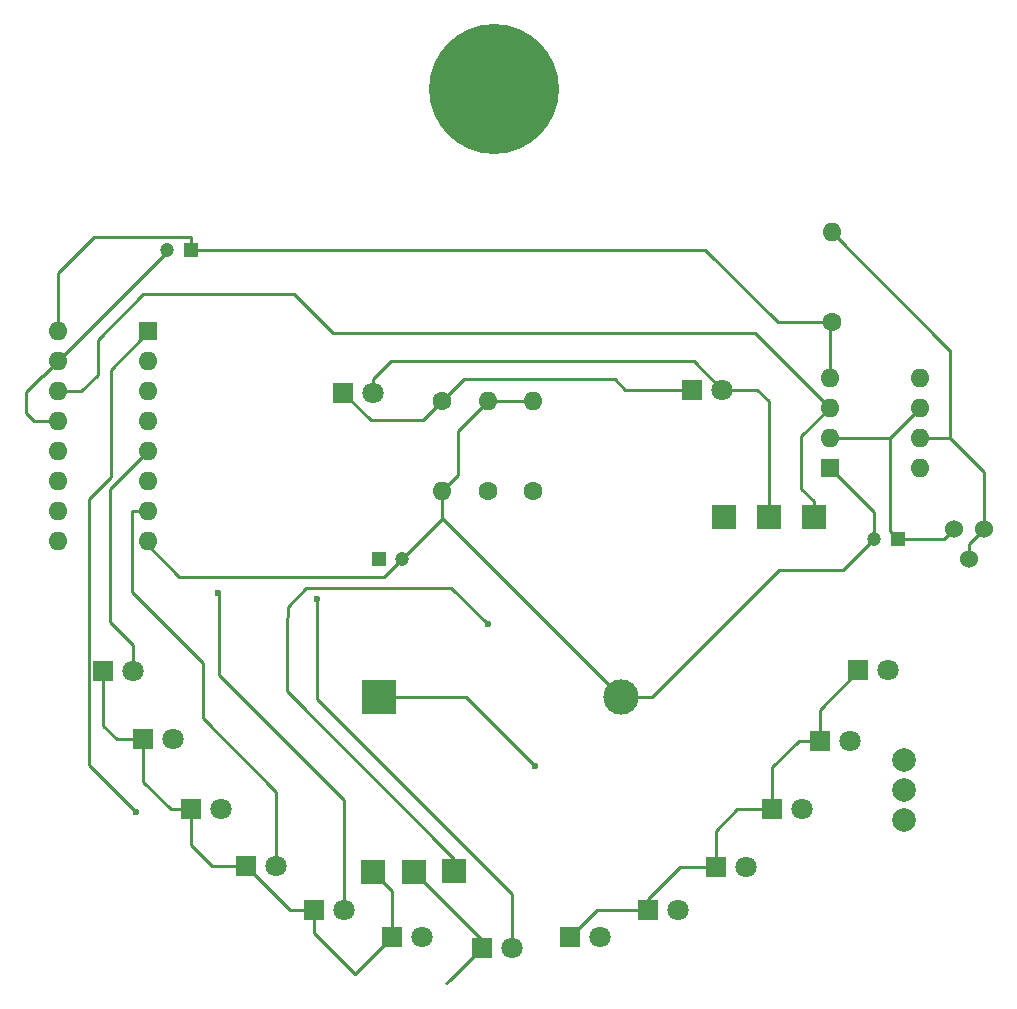
<source format=gbr>
%TF.GenerationSoftware,KiCad,Pcbnew,(5.1.9)-1*%
%TF.CreationDate,2021-04-30T09:58:52+02:00*%
%TF.ProjectId,Smiley2,536d696c-6579-4322-9e6b-696361645f70,rev?*%
%TF.SameCoordinates,Original*%
%TF.FileFunction,Copper,L2,Bot*%
%TF.FilePolarity,Positive*%
%FSLAX46Y46*%
G04 Gerber Fmt 4.6, Leading zero omitted, Abs format (unit mm)*
G04 Created by KiCad (PCBNEW (5.1.9)-1) date 2021-04-30 09:58:52*
%MOMM*%
%LPD*%
G01*
G04 APERTURE LIST*
%TA.AperFunction,SMDPad,CuDef*%
%ADD10C,11.000000*%
%TD*%
%TA.AperFunction,ComponentPad*%
%ADD11R,1.200000X1.200000*%
%TD*%
%TA.AperFunction,ComponentPad*%
%ADD12C,1.200000*%
%TD*%
%TA.AperFunction,ComponentPad*%
%ADD13R,1.800000X1.800000*%
%TD*%
%TA.AperFunction,ComponentPad*%
%ADD14C,1.800000*%
%TD*%
%TA.AperFunction,ComponentPad*%
%ADD15O,1.600000X1.600000*%
%TD*%
%TA.AperFunction,ComponentPad*%
%ADD16C,1.600000*%
%TD*%
%TA.AperFunction,ComponentPad*%
%ADD17C,2.000000*%
%TD*%
%TA.AperFunction,ComponentPad*%
%ADD18C,3.000000*%
%TD*%
%TA.AperFunction,ComponentPad*%
%ADD19R,3.000000X3.000000*%
%TD*%
%TA.AperFunction,ComponentPad*%
%ADD20R,1.600000X1.600000*%
%TD*%
%TA.AperFunction,ComponentPad*%
%ADD21R,2.000000X2.000000*%
%TD*%
%TA.AperFunction,ComponentPad*%
%ADD22C,1.524000*%
%TD*%
%TA.AperFunction,ViaPad*%
%ADD23C,0.600000*%
%TD*%
%TA.AperFunction,Conductor*%
%ADD24C,0.250000*%
%TD*%
G04 APERTURE END LIST*
D10*
%TO.P,LP,1*%
%TO.N,N/C*%
X170000Y39940000D03*
%TD*%
D11*
%TO.P,C1,1*%
%TO.N,Net-(C1-Pad1)*%
X34372000Y1808500D03*
D12*
%TO.P,C1,2*%
%TO.N,Net-(C1-Pad2)*%
X32372000Y1808500D03*
%TD*%
D11*
%TO.P,C2,1*%
%TO.N,Net-(C2-Pad1)*%
X-9570000Y94000D03*
D12*
%TO.P,C2,2*%
%TO.N,Net-(C1-Pad2)*%
X-7570000Y94000D03*
%TD*%
%TO.P,C3,2*%
%TO.N,Net-(C1-Pad2)*%
X-27480000Y26300000D03*
D11*
%TO.P,C3,1*%
%TO.N,Net-(C3-Pad1)*%
X-25480000Y26300000D03*
%TD*%
D13*
%TO.P,D1,1*%
%TO.N,Net-(D1-Pad1)*%
X-850000Y-32820000D03*
D14*
%TO.P,D1,2*%
%TO.N,Net-(D1-Pad2)*%
X1690000Y-32820000D03*
%TD*%
%TO.P,D2,2*%
%TO.N,Net-(D2-Pad2)*%
X9180000Y-31870000D03*
D13*
%TO.P,D2,1*%
%TO.N,Net-(D2-Pad1)*%
X6640000Y-31870000D03*
%TD*%
D14*
%TO.P,D3,2*%
%TO.N,Net-(D3-Pad2)*%
X15770000Y-29610000D03*
D13*
%TO.P,D3,1*%
%TO.N,Net-(D2-Pad1)*%
X13230000Y-29610000D03*
%TD*%
D14*
%TO.P,D4,2*%
%TO.N,Net-(D4-Pad2)*%
X21500000Y-25960000D03*
D13*
%TO.P,D4,1*%
%TO.N,Net-(D2-Pad1)*%
X18960000Y-25960000D03*
%TD*%
%TO.P,D5,1*%
%TO.N,Net-(D2-Pad1)*%
X23740000Y-21080000D03*
D14*
%TO.P,D5,2*%
%TO.N,Net-(D5-Pad2)*%
X26280000Y-21080000D03*
%TD*%
D13*
%TO.P,D6,1*%
%TO.N,Net-(D2-Pad1)*%
X27768000Y-15273000D03*
D14*
%TO.P,D6,2*%
%TO.N,Net-(D6-Pad2)*%
X30308000Y-15273000D03*
%TD*%
%TO.P,D7,2*%
%TO.N,Net-(D7-Pad2)*%
X33590000Y-9304000D03*
D13*
%TO.P,D7,1*%
%TO.N,Net-(D2-Pad1)*%
X31050000Y-9304000D03*
%TD*%
D14*
%TO.P,D8,2*%
%TO.N,Net-(D8-Pad2)*%
X19513000Y14445000D03*
D13*
%TO.P,D8,1*%
%TO.N,Net-(D8-Pad1)*%
X16973000Y14445000D03*
%TD*%
%TO.P,D22,1*%
%TO.N,Net-(D2-Pad1)*%
X-8430000Y-31870000D03*
D14*
%TO.P,D22,2*%
%TO.N,Net-(D2-Pad2)*%
X-5890000Y-31870000D03*
%TD*%
D13*
%TO.P,D33,1*%
%TO.N,Net-(D2-Pad1)*%
X-15070000Y-29570000D03*
D14*
%TO.P,D33,2*%
%TO.N,Net-(D3-Pad2)*%
X-12530000Y-29570000D03*
%TD*%
D13*
%TO.P,D44,1*%
%TO.N,Net-(D2-Pad1)*%
X-20760000Y-25910000D03*
D14*
%TO.P,D44,2*%
%TO.N,Net-(D4-Pad2)*%
X-18220000Y-25910000D03*
%TD*%
%TO.P,D55,2*%
%TO.N,Net-(D5-Pad2)*%
X-22910000Y-21080000D03*
D13*
%TO.P,D55,1*%
%TO.N,Net-(D2-Pad1)*%
X-25450000Y-21080000D03*
%TD*%
D14*
%TO.P,D66,2*%
%TO.N,Net-(D6-Pad2)*%
X-26970000Y-15170000D03*
D13*
%TO.P,D66,1*%
%TO.N,Net-(D2-Pad1)*%
X-29510000Y-15170000D03*
%TD*%
%TO.P,D77,1*%
%TO.N,Net-(D2-Pad1)*%
X-32900000Y-9350000D03*
D14*
%TO.P,D77,2*%
%TO.N,Net-(D7-Pad2)*%
X-30360000Y-9350000D03*
%TD*%
D13*
%TO.P,D88,1*%
%TO.N,Net-(D8-Pad1)*%
X-12560000Y14180000D03*
D14*
%TO.P,D88,2*%
%TO.N,Net-(D8-Pad2)*%
X-10020000Y14180000D03*
%TD*%
D15*
%TO.P,R1,2*%
%TO.N,Net-(P1-Pad1)*%
X28784000Y27780000D03*
D16*
%TO.P,R1,1*%
%TO.N,Net-(C3-Pad1)*%
X28784000Y20160000D03*
%TD*%
D15*
%TO.P,R2,2*%
%TO.N,Net-(C1-Pad2)*%
X-4200000Y5840000D03*
D16*
%TO.P,R2,1*%
%TO.N,Net-(D8-Pad1)*%
X-4200000Y13460000D03*
%TD*%
%TO.P,R3,1*%
%TO.N,Net-(D2-Pad1)*%
X3511000Y5872500D03*
D15*
%TO.P,R3,2*%
%TO.N,Net-(C1-Pad2)*%
X3511000Y13492500D03*
%TD*%
D16*
%TO.P,R4,1*%
%TO.N,Net-(R4-Pad1)*%
X-299000Y5872500D03*
D15*
%TO.P,R4,2*%
%TO.N,Net-(C1-Pad2)*%
X-299000Y13492500D03*
%TD*%
D17*
%TO.P,S1,1*%
%TO.N,Net-(S1-Pad1)*%
X34880000Y-21980000D03*
%TO.P,S1,2*%
%TO.N,Net-(C3-Pad1)*%
X34880000Y-19440000D03*
%TO.P,S1,3*%
%TO.N,Net-(S1-Pad3)*%
X34880000Y-16900000D03*
%TD*%
D18*
%TO.P,U1,2*%
%TO.N,Net-(C1-Pad2)*%
X10920000Y-11590000D03*
D19*
%TO.P,U1,1*%
%TO.N,Net-(S1-Pad3)*%
X-9570000Y-11590000D03*
%TD*%
D20*
%TO.P,U2,1*%
%TO.N,Net-(C1-Pad2)*%
X28657000Y7841000D03*
D15*
%TO.P,U2,5*%
%TO.N,Net-(C2-Pad1)*%
X36277000Y15461000D03*
%TO.P,U2,2*%
%TO.N,Net-(C1-Pad1)*%
X28657000Y10381000D03*
%TO.P,U2,6*%
X36277000Y12921000D03*
%TO.P,U2,3*%
%TO.N,Net-(U2-Pad3)*%
X28657000Y12921000D03*
%TO.P,U2,7*%
%TO.N,Net-(P1-Pad1)*%
X36277000Y10381000D03*
%TO.P,U2,4*%
%TO.N,Net-(C3-Pad1)*%
X28657000Y15461000D03*
%TO.P,U2,8*%
X36277000Y7841000D03*
%TD*%
D20*
%TO.P,U3,1*%
%TO.N,Net-(D6-Pad2)*%
X-29128000Y19398000D03*
D15*
%TO.P,U3,9*%
%TO.N,Net-(U3-Pad9)*%
X-36748000Y1618000D03*
%TO.P,U3,2*%
%TO.N,Net-(D2-Pad2)*%
X-29128000Y16858000D03*
%TO.P,U3,10*%
%TO.N,Net-(D5-Pad2)*%
X-36748000Y4158000D03*
%TO.P,U3,3*%
%TO.N,Net-(D1-Pad2)*%
X-29128000Y14318000D03*
%TO.P,U3,11*%
%TO.N,Net-(U3-Pad11)*%
X-36748000Y6698000D03*
%TO.P,U3,4*%
%TO.N,Net-(D3-Pad2)*%
X-29128000Y11778000D03*
%TO.P,U3,12*%
%TO.N,Net-(U3-Pad12)*%
X-36748000Y9238000D03*
%TO.P,U3,5*%
%TO.N,Net-(D7-Pad2)*%
X-29128000Y9238000D03*
%TO.P,U3,13*%
%TO.N,Net-(C1-Pad2)*%
X-36748000Y11778000D03*
%TO.P,U3,6*%
%TO.N,Net-(U3-Pad6)*%
X-29128000Y6698000D03*
%TO.P,U3,14*%
%TO.N,Net-(U2-Pad3)*%
X-36748000Y14318000D03*
%TO.P,U3,7*%
%TO.N,Net-(D4-Pad2)*%
X-29128000Y4158000D03*
%TO.P,U3,15*%
%TO.N,Net-(C1-Pad2)*%
X-36748000Y16858000D03*
%TO.P,U3,8*%
X-29128000Y1618000D03*
%TO.P,U3,16*%
%TO.N,Net-(C3-Pad1)*%
X-36748000Y19398000D03*
%TD*%
D21*
%TO.P,U4,1*%
%TO.N,Net-(U3-Pad6)*%
X19640000Y3650000D03*
%TD*%
%TO.P,U5,1*%
%TO.N,Net-(U2-Pad3)*%
X27260000Y3650000D03*
%TD*%
%TO.P,U6,1*%
%TO.N,Net-(D8-Pad2)*%
X23450000Y3650000D03*
%TD*%
%TO.P,U7,1*%
%TO.N,Net-(D1-Pad1)*%
X-6600000Y-26400000D03*
%TD*%
%TO.P,U8,1*%
%TO.N,Net-(D2-Pad1)*%
X-10040000Y-26350000D03*
%TD*%
%TO.P,U9,1*%
%TO.N,Net-(R4-Pad1)*%
X-3170000Y-26290000D03*
%TD*%
D22*
%TO.P,P1,1*%
%TO.N,Net-(P1-Pad1)*%
X41710000Y2660000D03*
%TO.P,P1,2*%
%TO.N,Net-(C1-Pad1)*%
X39170000Y2660000D03*
%TO.P,P1,3*%
%TO.N,Net-(P1-Pad1)*%
X40440000Y120000D03*
%TD*%
D23*
%TO.N,Net-(D1-Pad2)*%
X-14770000Y-3260000D03*
%TO.N,Net-(D3-Pad2)*%
X-23200000Y-2810000D03*
%TO.N,Net-(D6-Pad2)*%
X-30100000Y-21330000D03*
%TO.N,Net-(R4-Pad1)*%
X-340000Y-5420000D03*
%TO.N,Net-(S1-Pad3)*%
X3650000Y-17420000D03*
%TD*%
D24*
%TO.N,Net-(C1-Pad1)*%
X33737000Y10381000D02*
X36277000Y12921000D01*
X28657000Y10381000D02*
X33737000Y10381000D01*
X33737000Y2443500D02*
X34372000Y1808500D01*
X33737000Y10381000D02*
X33737000Y2443500D01*
X38318500Y1808500D02*
X39170000Y2660000D01*
X34372000Y1808500D02*
X38318500Y1808500D01*
%TO.N,Net-(C1-Pad2)*%
X32372000Y4126000D02*
X28657000Y7841000D01*
X32372000Y1808500D02*
X32372000Y4126000D01*
X-299000Y13492500D02*
X3511000Y13492500D01*
X-299000Y13492500D02*
X-2860000Y10931500D01*
X-2860000Y7180000D02*
X-4200000Y5840000D01*
X-2860000Y10931500D02*
X-2860000Y7180000D01*
X-27480000Y26126000D02*
X-27480000Y26300000D01*
X-36748000Y16858000D02*
X-27480000Y26126000D01*
X-36748000Y16858000D02*
X-38016000Y15590000D01*
X-38016000Y15590000D02*
X-38070000Y15590000D01*
X-38070000Y15590000D02*
X-39450000Y14210000D01*
X-39450000Y14210000D02*
X-39450000Y12470000D01*
X-38758000Y11778000D02*
X-36748000Y11778000D01*
X-39450000Y12470000D02*
X-38758000Y11778000D01*
X-4200000Y3464000D02*
X-7570000Y94000D01*
X-4200000Y5840000D02*
X-4200000Y3464000D01*
X-4134000Y3464000D02*
X10920000Y-11590000D01*
X-4200000Y3464000D02*
X-4134000Y3464000D01*
X10920000Y-11590000D02*
X13590000Y-11590000D01*
X13590000Y-11590000D02*
X24340000Y-840000D01*
X29723500Y-840000D02*
X32372000Y1808500D01*
X24340000Y-840000D02*
X29723500Y-840000D01*
X-7570000Y94000D02*
X-9104000Y-1440000D01*
X-9104000Y-1440000D02*
X-26430000Y-1440000D01*
X-29128000Y1258000D02*
X-29128000Y1618000D01*
X-26430000Y-1440000D02*
X-29128000Y1258000D01*
%TO.N,Net-(C3-Pad1)*%
X28657000Y20033000D02*
X28784000Y20160000D01*
X28657000Y15461000D02*
X28657000Y20033000D01*
X28784000Y20160000D02*
X24220000Y20160000D01*
X18080000Y26300000D02*
X-25480000Y26300000D01*
X24220000Y20160000D02*
X18080000Y26300000D01*
X-25480000Y26300000D02*
X-25480000Y27390000D01*
X-25480000Y27390000D02*
X-33660000Y27390000D01*
X-36748000Y24302000D02*
X-36748000Y19398000D01*
X-33660000Y27390000D02*
X-36748000Y24302000D01*
%TO.N,Net-(D1-Pad1)*%
X-3530000Y-35500000D02*
X-850000Y-32820000D01*
X-3860000Y-35830000D02*
X-3530000Y-35500000D01*
X-850000Y-32150000D02*
X-6600000Y-26400000D01*
X-850000Y-32820000D02*
X-850000Y-32150000D01*
%TO.N,Net-(D1-Pad2)*%
X1690000Y-32820000D02*
X1690000Y-28220000D01*
X-14770000Y-11760000D02*
X-14770000Y-3260000D01*
X1690000Y-28220000D02*
X-14770000Y-11760000D01*
%TO.N,Net-(D2-Pad1)*%
X-11600000Y-35040000D02*
X-8430000Y-31870000D01*
X-15070000Y-31570000D02*
X-11600000Y-35040000D01*
X-15070000Y-29570000D02*
X-15070000Y-31570000D01*
X-17100000Y-29570000D02*
X-20760000Y-25910000D01*
X-15070000Y-29570000D02*
X-17100000Y-29570000D01*
X-20760000Y-25910000D02*
X-23680000Y-25910000D01*
X-25450000Y-24140000D02*
X-25450000Y-21080000D01*
X-23680000Y-25910000D02*
X-25450000Y-24140000D01*
X-25450000Y-21080000D02*
X-27170000Y-21080000D01*
X-29510000Y-18740000D02*
X-29510000Y-15170000D01*
X-27170000Y-21080000D02*
X-29510000Y-18740000D01*
X-29510000Y-15170000D02*
X-31730000Y-15170000D01*
X-32900000Y-14000000D02*
X-32900000Y-9350000D01*
X-31730000Y-15170000D02*
X-32900000Y-14000000D01*
X31050000Y-9304000D02*
X31050000Y-9360000D01*
X27768000Y-12642000D02*
X27768000Y-15273000D01*
X31050000Y-9360000D02*
X27768000Y-12642000D01*
X27768000Y-15273000D02*
X25997000Y-15273000D01*
X23740000Y-17530000D02*
X23740000Y-21080000D01*
X25997000Y-15273000D02*
X23740000Y-17530000D01*
X23740000Y-21080000D02*
X20760000Y-21080000D01*
X18960000Y-22880000D02*
X18960000Y-25960000D01*
X20760000Y-21080000D02*
X18960000Y-22880000D01*
X18960000Y-25960000D02*
X15960000Y-25960000D01*
X13230000Y-28690000D02*
X13230000Y-29610000D01*
X15960000Y-25960000D02*
X13230000Y-28690000D01*
X13230000Y-29610000D02*
X9530000Y-29610000D01*
X9530000Y-29610000D02*
X9490000Y-29570000D01*
X8940000Y-29570000D02*
X6640000Y-31870000D01*
X9490000Y-29570000D02*
X8940000Y-29570000D01*
X-8430000Y-27960000D02*
X-10040000Y-26350000D01*
X-8430000Y-31870000D02*
X-8430000Y-27960000D01*
%TO.N,Net-(D3-Pad2)*%
X-12530000Y-29570000D02*
X-12530000Y-20260000D01*
X-12530000Y-20260000D02*
X-23050000Y-9740000D01*
X-23050000Y-2960000D02*
X-23200000Y-2810000D01*
X-23050000Y-9740000D02*
X-23050000Y-2960000D01*
%TO.N,Net-(D4-Pad2)*%
X-29128000Y4158000D02*
X-30472000Y4158000D01*
X-30472000Y4158000D02*
X-30472000Y-2688000D01*
X-30472000Y-2688000D02*
X-24470000Y-8690000D01*
X-24470000Y-8690000D02*
X-24470000Y-13380000D01*
X-18220000Y-19630000D02*
X-18220000Y-25910000D01*
X-24470000Y-13380000D02*
X-18220000Y-19630000D01*
%TO.N,Net-(D6-Pad2)*%
X-29128000Y19398000D02*
X-29582000Y19398000D01*
X-29582000Y18831590D02*
X-32270000Y16143590D01*
X-29582000Y19398000D02*
X-29582000Y18831590D01*
X-32270000Y16143590D02*
X-32270000Y7080000D01*
X-34125001Y-17304999D02*
X-30100000Y-21330000D01*
X-34125001Y5224999D02*
X-34125001Y-17304999D01*
X-32270000Y7080000D02*
X-34125001Y5224999D01*
%TO.N,Net-(D7-Pad2)*%
X-29128000Y9238000D02*
X-32290000Y6076000D01*
X-32290000Y6076000D02*
X-32290000Y-5210000D01*
X-30360000Y-7140000D02*
X-30360000Y-9350000D01*
X-32290000Y-5210000D02*
X-30360000Y-7140000D01*
%TO.N,Net-(D8-Pad2)*%
X19513000Y14445000D02*
X22465000Y14445000D01*
X23450000Y13460000D02*
X23450000Y3650000D01*
X22465000Y14445000D02*
X23450000Y13460000D01*
X19513000Y14445000D02*
X17108000Y16850000D01*
X-6280000Y16850000D02*
X-8550000Y16850000D01*
X17108000Y16850000D02*
X-6280000Y16850000D01*
X-6280000Y16850000D02*
X-7030000Y16850000D01*
X-10020000Y15380000D02*
X-10020000Y14180000D01*
X-8550000Y16850000D02*
X-10020000Y15380000D01*
%TO.N,Net-(D8-Pad1)*%
X16973000Y14445000D02*
X11305000Y14445000D01*
X11305000Y14445000D02*
X10440000Y15310000D01*
X-2350000Y15310000D02*
X-4200000Y13460000D01*
X10440000Y15310000D02*
X-2350000Y15310000D01*
X-4200000Y13460000D02*
X-5820000Y11840000D01*
X-10220000Y11840000D02*
X-12560000Y14180000D01*
X-5820000Y11840000D02*
X-9280000Y11840000D01*
X-9280000Y11840000D02*
X-10220000Y11840000D01*
X-9280000Y11840000D02*
X-9670000Y11840000D01*
%TO.N,Net-(R4-Pad1)*%
X-3170000Y-26290000D02*
X-3170000Y-25260000D01*
X-3170000Y-25260000D02*
X-17340000Y-11090000D01*
X-17340000Y-4904998D02*
X-17260000Y-4824998D01*
X-17340000Y-11090000D02*
X-17340000Y-4904998D01*
X-17260000Y-4824998D02*
X-17260000Y-3920000D01*
X-17260000Y-3920000D02*
X-15700000Y-2360000D01*
X-3400000Y-2360000D02*
X-340000Y-5420000D01*
X-15700000Y-2360000D02*
X-3400000Y-2360000D01*
%TO.N,Net-(S1-Pad3)*%
X-2180000Y-11590000D02*
X3650000Y-17420000D01*
X-2180000Y-11590000D02*
X-9570000Y-11590000D01*
X3650000Y-17420000D02*
X3650000Y-17420000D01*
%TO.N,Net-(U2-Pad3)*%
X27260000Y3650000D02*
X27260000Y4980000D01*
X27260000Y4980000D02*
X26220000Y6020000D01*
X26220000Y10484000D02*
X28657000Y12921000D01*
X26220000Y6020000D02*
X26220000Y10484000D01*
X28657000Y12921000D02*
X22338000Y19240000D01*
X22338000Y19240000D02*
X-13470000Y19240000D01*
X-13470000Y19240000D02*
X-16750000Y22520000D01*
X-16750000Y22520000D02*
X-29540000Y22520000D01*
X-29540000Y22520000D02*
X-33370000Y18690000D01*
X-33370000Y18690000D02*
X-33370000Y15680000D01*
X-34732000Y14318000D02*
X-36748000Y14318000D01*
X-33370000Y15680000D02*
X-34732000Y14318000D01*
%TO.N,Net-(P1-Pad1)*%
X40440000Y1390000D02*
X41710000Y2660000D01*
X40440000Y120000D02*
X40440000Y1390000D01*
X41710000Y2660000D02*
X41710000Y7500000D01*
X41710000Y7500000D02*
X38829000Y10381000D01*
X38311000Y10381000D02*
X36277000Y10381000D01*
X38829000Y10381000D02*
X38311000Y10381000D01*
X38829000Y17735000D02*
X38677000Y17887000D01*
X38829000Y10381000D02*
X38829000Y17735000D01*
X38677000Y17887000D02*
X38800000Y17764000D01*
X28784000Y27780000D02*
X38677000Y17887000D01*
%TD*%
M02*

</source>
